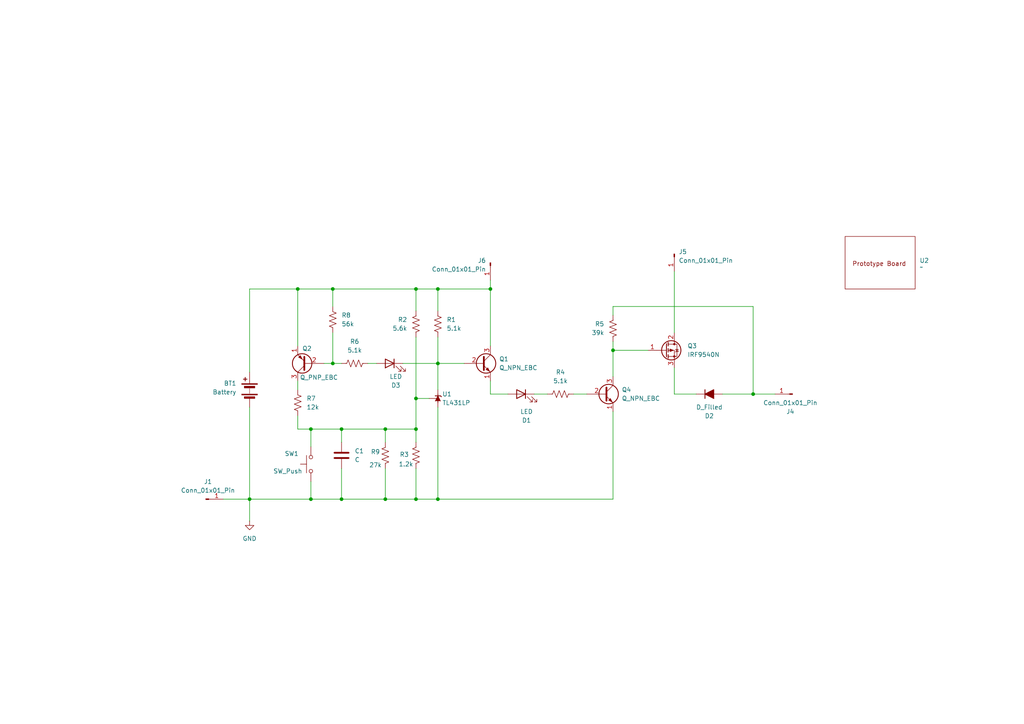
<source format=kicad_sch>
(kicad_sch (version 20231120) (generator "eeschema") (generator_version "8.0")
  (paper "A4")
  (lib_symbols
    (symbol "Connector:Conn_01x01_Pin" (pin_names (offset 1.016) hide)
      (property "Reference" "J" (at 0 2.54 0))
      (property "Value" "Conn_01x01_Pin" (at 0 -2.54 0))
      (symbol "Conn_01x01_Pin_1_1"
        (polyline (pts (xy 1.27 0) (xy 0.8636 0)) (stroke (width 0.1524)))
        (rectangle (start 0.8636 0.127) (end 0 -0.127) (stroke (width 0.1524)) (fill (type outline)))
        (pin passive line (at 5.08 0 180) (length 3.81) (name "Pin_1") (number "1"))
      )
    )
    (symbol "Device:Battery" (pin_numbers hide) (pin_names (offset 0) hide)
      (property "Reference" "BT" (at 2.54 2.54 0))
      (property "Value" "Battery" (at 2.54 0 0))
      (symbol "Battery_0_1"
        (rectangle (start -2.286 -1.27) (end 2.286 -1.524) (fill (type outline)))
        (rectangle (start -2.286 1.778) (end 2.286 1.524) (fill (type outline)))
        (rectangle (start -1.524 -2.032) (end 1.524 -2.54) (fill (type outline)))
        (rectangle (start -1.524 1.016) (end 1.524 0.508) (fill (type outline)))
        (polyline (pts (xy 0 -1.016) (xy 0 -0.762)))
        (polyline (pts (xy 0 -0.508) (xy 0 -0.254)))
        (polyline (pts (xy 0 0) (xy 0 0.254)))
        (polyline (pts (xy 0 1.778) (xy 0 2.54)))
        (polyline (pts (xy 0.762 3.048) (xy 1.778 3.048)) (stroke (width 0.254)))
        (polyline (pts (xy 1.27 3.556) (xy 1.27 2.54)) (stroke (width 0.254)))
      )
      (symbol "Battery_1_1"
        (pin passive line (at 0 5.08 270) (length 2.54) (name "+") (number "1"))
        (pin passive line (at 0 -5.08 90) (length 2.54) (name "-") (number "2"))
      )
    )
    (symbol "Device:C" (pin_numbers hide) (pin_names (offset 0.254))
      (property "Reference" "C" (at 0.635 2.54 0))
      (property "Value" "C" (at 0.635 -2.54 0))
      (symbol "C_0_1"
        (polyline (pts (xy -2.032 -0.762) (xy 2.032 -0.762)) (stroke (width 0.508)))
        (polyline (pts (xy -2.032 0.762) (xy 2.032 0.762)) (stroke (width 0.508)))
      )
      (symbol "C_1_1"
        (pin passive line (at 0 3.81 270) (length 2.794) (name "~") (number "1"))
        (pin passive line (at 0 -3.81 90) (length 2.794) (name "~") (number "2"))
      )
    )
    (symbol "Device:D_Filled" (pin_numbers hide) (pin_names (offset 1.016) hide)
      (property "Reference" "D" (at 0 2.54 0))
      (property "Value" "D_Filled" (at 0 -2.54 0))
      (symbol "D_Filled_0_1"
        (polyline (pts (xy -1.27 1.27) (xy -1.27 -1.27)) (stroke (width 0.254)))
        (polyline (pts (xy 1.27 0) (xy -1.27 0)))
        (polyline (pts (xy 1.27 1.27) (xy 1.27 -1.27) (xy -1.27 0) (xy 1.27 1.27)) (stroke (width 0.254)) (fill (type outline)))
      )
      (symbol "D_Filled_1_1"
        (pin passive line (at -3.81 0 0) (length 2.54) (name "K") (number "1"))
        (pin passive line (at 3.81 0 180) (length 2.54) (name "A") (number "2"))
      )
    )
    (symbol "Device:LED" (pin_numbers hide) (pin_names (offset 1.016) hide)
      (property "Reference" "D" (at 0 2.54 0))
      (property "Value" "LED" (at 0 -2.54 0))
      (symbol "LED_0_1"
        (polyline (pts (xy -1.27 -1.27) (xy -1.27 1.27)) (stroke (width 0.254)))
        (polyline (pts (xy -1.27 0) (xy 1.27 0)))
        (polyline (pts (xy 1.27 -1.27) (xy 1.27 1.27) (xy -1.27 0) (xy 1.27 -1.27)) (stroke (width 0.254)))
        (polyline (pts (xy -3.048 -0.762) (xy -4.572 -2.286) (xy -3.81 -2.286) (xy -4.572 -2.286) (xy -4.572 -1.524)))
        (polyline (pts (xy -1.778 -0.762) (xy -3.302 -2.286) (xy -2.54 -2.286) (xy -3.302 -2.286) (xy -3.302 -1.524)))
      )
      (symbol "LED_1_1"
        (pin passive line (at -3.81 0 0) (length 2.54) (name "K") (number "1"))
        (pin passive line (at 3.81 0 180) (length 2.54) (name "A") (number "2"))
      )
    )
    (symbol "Device:Q_NPN_EBC" (pin_names (offset 0) hide)
      (property "Reference" "Q" (at 5.08 1.27 0))
      (property "Value" "Q_NPN_EBC" (at 5.08 -1.27 0))
      (symbol "Q_NPN_EBC_0_1"
        (polyline (pts (xy 0.635 0.635) (xy 2.54 2.54)))
        (polyline (pts (xy 0.635 -0.635) (xy 2.54 -2.54) (xy 2.54 -2.54)))
        (polyline (pts (xy 0.635 1.905) (xy 0.635 -1.905) (xy 0.635 -1.905)) (stroke (width 0.508)))
        (polyline (pts (xy 1.27 -1.778) (xy 1.778 -1.27) (xy 2.286 -2.286) (xy 1.27 -1.778) (xy 1.27 -1.778)) (fill (type outline)))
        (circle (center 1.27 0) (radius 2.8194) (stroke (width 0.254)))
      )
      (symbol "Q_NPN_EBC_1_1"
        (pin passive line (at 2.54 -5.08 90) (length 2.54) (name "E") (number "1"))
        (pin passive line (at -5.08 0 0) (length 5.715) (name "B") (number "2"))
        (pin passive line (at 2.54 5.08 270) (length 2.54) (name "C") (number "3"))
      )
    )
    (symbol "Device:Q_PNP_EBC" (pin_names (offset 0) hide)
      (property "Reference" "Q" (at 5.08 1.27 0))
      (property "Value" "Q_PNP_EBC" (at 5.08 -1.27 0))
      (symbol "Q_PNP_EBC_0_1"
        (polyline (pts (xy 0.635 0.635) (xy 2.54 2.54)))
        (polyline (pts (xy 0.635 -0.635) (xy 2.54 -2.54) (xy 2.54 -2.54)))
        (polyline (pts (xy 0.635 1.905) (xy 0.635 -1.905) (xy 0.635 -1.905)) (stroke (width 0.508)))
        (polyline (pts (xy 2.286 -1.778) (xy 1.778 -2.286) (xy 1.27 -1.27) (xy 2.286 -1.778) (xy 2.286 -1.778)) (fill (type outline)))
        (circle (center 1.27 0) (radius 2.8194) (stroke (width 0.254)))
      )
      (symbol "Q_PNP_EBC_1_1"
        (pin passive line (at 2.54 -5.08 90) (length 2.54) (name "E") (number "1"))
        (pin input line (at -5.08 0 0) (length 5.715) (name "B") (number "2"))
        (pin passive line (at 2.54 5.08 270) (length 2.54) (name "C") (number "3"))
      )
    )
    (symbol "Device:R_US" (pin_numbers hide) (pin_names (offset 0))
      (property "Reference" "R" (at 2.54 0 90))
      (property "Value" "R_US" (at -2.54 0 90))
      (symbol "R_US_0_1"
        (polyline (pts (xy 0 -2.286) (xy 0 -2.54)))
        (polyline (pts (xy 0 2.286) (xy 0 2.54)))
        (polyline (pts (xy 0 -0.762) (xy 1.016 -1.143) (xy 0 -1.524) (xy -1.016 -1.905) (xy 0 -2.286)))
        (polyline (pts (xy 0 0.762) (xy 1.016 0.381) (xy 0 0) (xy -1.016 -0.381) (xy 0 -0.762)))
        (polyline (pts (xy 0 2.286) (xy 1.016 1.905) (xy 0 1.524) (xy -1.016 1.143) (xy 0 0.762)))
      )
      (symbol "R_US_1_1"
        (pin passive line (at 0 3.81 270) (length 1.27) (name "~") (number "1"))
        (pin passive line (at 0 -3.81 90) (length 1.27) (name "~") (number "2"))
      )
    )
    (symbol "Reference_Voltage:TL431LP" (pin_numbers hide) (pin_names hide)
      (property "Reference" "U" (at -2.54 2.54 0))
      (property "Value" "TL431LP" (at 0 -2.54 0))
      (symbol "TL431LP_0_1"
        (polyline (pts (xy -1.27 0) (xy 0 0) (xy 1.27 0)))
        (polyline (pts (xy -0.762 0.762) (xy 0.762 0) (xy -0.762 -0.762)) (fill (type outline)))
        (polyline (pts (xy 0.508 -1.016) (xy 0.762 -0.762) (xy 0.762 0.762) (xy 0.762 0.762)) (stroke (width 0.254)))
      )
      (symbol "TL431LP_1_1"
        (pin passive line (at 0 2.54 270) (length 2.54) (name "REF") (number "1"))
        (pin passive line (at -2.54 0 0) (length 2.54) (name "A") (number "2"))
        (pin passive line (at 2.54 0 180) (length 2.54) (name "K") (number "3"))
      )
    )
    (symbol "Switch:SW_Push" (pin_numbers hide) (pin_names (offset 1.016) hide)
      (property "Reference" "SW" (at 1.27 2.54 0))
      (property "Value" "SW_Push" (at 0 -1.524 0))
      (symbol "SW_Push_0_1"
        (circle (center -2.032 0) (radius 0.508))
        (polyline (pts (xy 0 1.27) (xy 0 3.048)))
        (polyline (pts (xy 2.54 1.27) (xy -2.54 1.27)))
        (circle (center 2.032 0) (radius 0.508))
        (pin passive line (at -5.08 0 0) (length 2.54) (name "1") (number "1"))
        (pin passive line (at 5.08 0 180) (length 2.54) (name "2") (number "2"))
      )
    )
    (symbol "Transistor_FET:IRF9540N" (pin_names hide)
      (property "Reference" "Q" (at 5.08 1.905 0))
      (property "Value" "IRF9540N" (at 5.08 0 0))
      (symbol "IRF9540N_0_1"
        (polyline (pts (xy 0.254 0) (xy -2.54 0)))
        (polyline (pts (xy 0.254 1.905) (xy 0.254 -1.905)) (stroke (width 0.254)))
        (polyline (pts (xy 0.762 -1.27) (xy 0.762 -2.286)) (stroke (width 0.254)))
        (polyline (pts (xy 0.762 0.508) (xy 0.762 -0.508)) (stroke (width 0.254)))
        (polyline (pts (xy 0.762 2.286) (xy 0.762 1.27)) (stroke (width 0.254)))
        (polyline (pts (xy 2.54 2.54) (xy 2.54 1.778)))
        (polyline (pts (xy 2.54 -2.54) (xy 2.54 0) (xy 0.762 0)))
        (polyline (pts (xy 0.762 1.778) (xy 3.302 1.778) (xy 3.302 -1.778) (xy 0.762 -1.778)))
        (polyline (pts (xy 2.286 0) (xy 1.27 0.381) (xy 1.27 -0.381) (xy 2.286 0)) (fill (type outline)))
        (polyline (pts (xy 2.794 -0.508) (xy 2.921 -0.381) (xy 3.683 -0.381) (xy 3.81 -0.254)))
        (polyline (pts (xy 3.302 -0.381) (xy 2.921 0.254) (xy 3.683 0.254) (xy 3.302 -0.381)))
        (circle (center 1.651 0) (radius 2.794) (stroke (width 0.254)))
        (circle (center 2.54 -1.778) (radius 0.254) (fill (type outline)))
        (circle (center 2.54 1.778) (radius 0.254) (fill (type outline)))
      )
      (symbol "IRF9540N_1_1"
        (pin input line (at -5.08 0 0) (length 2.54) (name "G") (number "1"))
        (pin passive line (at 2.54 5.08 270) (length 2.54) (name "D") (number "2"))
        (pin passive line (at 2.54 -5.08 90) (length 2.54) (name "S") (number "3"))
      )
    )
    (symbol "User_Symbols:Prototype_Board"
      (property "Reference" "U" (at 10.16 17.018 0))
      (symbol "Prototype_Board_0_1"
        (rectangle (start 0 0) (end 20.32 15.24))
      )
      (symbol "Prototype_Board_1_1"
        (text "Prototype Board" (at 9.906 7.366 0) (effects (font (size 1.27 1.27))))
      )
    )
    (symbol "power:GND" (power) (pin_numbers hide) (pin_names (offset 0) hide)
      (property "Value" "GND" (at 0 -3.81 0))
      (symbol "GND_0_1"
        (polyline (pts (xy 0 0) (xy 0 -1.27) (xy 1.27 -1.27) (xy 0 -2.54) (xy -1.27 -1.27) (xy 0 -1.27)))
      )
      (symbol "GND_1_1"
        (pin power_in line (at 0 0 270) (length 0) (name "~") (number "1"))
      )
    )
  )
  (junction (at 127 144.78))
  (junction (at 127 83.82))
  (junction (at 127 105.41))
  (junction (at 90.17 144.78))
  (junction (at 111.76 144.78))
  (junction (at 120.65 83.82))
  (junction (at 90.17 124.46))
  (junction (at 111.76 124.46))
  (junction (at 96.52 83.82))
  (junction (at 120.65 124.46))
  (junction (at 72.39 144.78))
  (junction (at 218.44 114.3))
  (junction (at 96.52 105.41))
  (junction (at 120.65 115.57))
  (junction (at 86.36 83.82))
  (junction (at 177.8 101.6))
  (junction (at 99.06 144.78))
  (junction (at 142.24 83.82))
  (junction (at 120.65 144.78))
  (junction (at 99.06 124.46))
  (wire (pts (xy 116.84 105.41) (xy 127 105.41)))
  (wire (pts (xy 209.55 114.3) (xy 218.44 114.3)))
  (wire (pts (xy 187.96 101.6) (xy 177.8 101.6)))
  (wire (pts (xy 96.52 83.82) (xy 86.36 83.82)))
  (wire (pts (xy 72.39 144.78) (xy 72.39 151.13)))
  (wire (pts (xy 86.36 83.82) (xy 72.39 83.82)))
  (wire (pts (xy 142.24 110.49) (xy 142.24 114.3)))
  (wire (pts (xy 99.06 135.89) (xy 99.06 144.78)))
  (wire (pts (xy 127 97.79) (xy 127 105.41)))
  (wire (pts (xy 111.76 124.46) (xy 120.65 124.46)))
  (wire (pts (xy 93.98 105.41) (xy 96.52 105.41)))
  (wire (pts (xy 111.76 135.89) (xy 111.76 144.78)))
  (wire (pts (xy 111.76 144.78) (xy 120.65 144.78)))
  (wire (pts (xy 120.65 135.89) (xy 120.65 144.78)))
  (wire (pts (xy 127 105.41) (xy 134.62 105.41)))
  (wire (pts (xy 86.36 124.46) (xy 90.17 124.46)))
  (wire (pts (xy 177.8 88.9) (xy 218.44 88.9)))
  (wire (pts (xy 106.68 105.41) (xy 109.22 105.41)))
  (wire (pts (xy 218.44 88.9) (xy 218.44 114.3)))
  (wire (pts (xy 86.36 110.49) (xy 86.36 113.03)))
  (wire (pts (xy 64.77 144.78) (xy 72.39 144.78)))
  (wire (pts (xy 120.65 83.82) (xy 96.52 83.82)))
  (wire (pts (xy 177.8 101.6) (xy 177.8 109.22)))
  (wire (pts (xy 99.06 144.78) (xy 111.76 144.78)))
  (wire (pts (xy 86.36 120.65) (xy 86.36 124.46)))
  (wire (pts (xy 120.65 97.79) (xy 120.65 115.57)))
  (wire (pts (xy 90.17 124.46) (xy 90.17 129.54)))
  (wire (pts (xy 90.17 139.7) (xy 90.17 144.78)))
  (wire (pts (xy 142.24 81.28) (xy 142.24 83.82)))
  (wire (pts (xy 90.17 144.78) (xy 99.06 144.78)))
  (wire (pts (xy 72.39 118.11) (xy 72.39 144.78)))
  (wire (pts (xy 177.8 91.44) (xy 177.8 88.9)))
  (wire (pts (xy 218.44 114.3) (xy 224.79 114.3)))
  (wire (pts (xy 96.52 83.82) (xy 96.52 88.9)))
  (wire (pts (xy 120.65 115.57) (xy 124.46 115.57)))
  (wire (pts (xy 142.24 114.3) (xy 147.32 114.3)))
  (wire (pts (xy 120.65 124.46) (xy 120.65 128.27)))
  (wire (pts (xy 72.39 144.78) (xy 90.17 144.78)))
  (wire (pts (xy 120.65 115.57) (xy 120.65 124.46)))
  (wire (pts (xy 177.8 99.06) (xy 177.8 101.6)))
  (wire (pts (xy 111.76 124.46) (xy 111.76 128.27)))
  (wire (pts (xy 96.52 105.41) (xy 99.06 105.41)))
  (wire (pts (xy 127 83.82) (xy 120.65 83.82)))
  (wire (pts (xy 154.94 114.3) (xy 158.75 114.3)))
  (wire (pts (xy 127 118.11) (xy 127 144.78)))
  (wire (pts (xy 127 144.78) (xy 120.65 144.78)))
  (wire (pts (xy 195.58 114.3) (xy 201.93 114.3)))
  (wire (pts (xy 120.65 83.82) (xy 120.65 90.17)))
  (wire (pts (xy 177.8 144.78) (xy 127 144.78)))
  (wire (pts (xy 99.06 124.46) (xy 99.06 128.27)))
  (wire (pts (xy 166.37 114.3) (xy 170.18 114.3)))
  (wire (pts (xy 99.06 124.46) (xy 111.76 124.46)))
  (wire (pts (xy 127 105.41) (xy 127 113.03)))
  (wire (pts (xy 177.8 119.38) (xy 177.8 144.78)))
  (wire (pts (xy 90.17 124.46) (xy 99.06 124.46)))
  (wire (pts (xy 96.52 96.52) (xy 96.52 105.41)))
  (wire (pts (xy 195.58 114.3) (xy 195.58 106.68)))
  (wire (pts (xy 86.36 83.82) (xy 86.36 100.33)))
  (wire (pts (xy 72.39 83.82) (xy 72.39 107.95)))
  (wire (pts (xy 127 90.17) (xy 127 83.82)))
  (wire (pts (xy 127 83.82) (xy 142.24 83.82)))
  (wire (pts (xy 142.24 100.33) (xy 142.24 83.82)))
  (wire (pts (xy 195.58 78.74) (xy 195.58 96.52)))
  (symbol (lib_id "Switch:SW_Push") (at 90.17 134.62 90) (unit 1)
    (property "Reference" "SW1" (at 82.55 131.572 90) (effects (justify right)))
    (property "Value" "SW_Push" (at 79.248 136.652 90) (effects (justify right)))
    (property "Footprint" "User_Library:SW_Push" (effects (hide yes)))
    (property "Description" "Push button switch, generic, two pins" (effects (hide yes)))
  )
  (symbol (lib_id "Device:LED") (at 113.03 105.41 0) (mirror y) (unit 1)
    (property "Reference" "D3" (at 114.808 111.76 0))
    (property "Value" "LED" (at 114.808 109.22 0))
    (property "Footprint" "LED_THT:LED_D5.0mm_Clear" (effects (hide yes)))
    (property "Description" "Light emitting diode" (effects (hide yes)))
  )
  (symbol (lib_id "Device:R_US") (at 111.76 132.08 0) (mirror y) (unit 1)
    (property "Reference" "R9" (at 110.236 131.064 0) (effects (justify left)))
    (property "Value" "27k" (at 110.744 134.874 0) (effects (justify left)))
    (property "Footprint" "Resistor_THT:R_Axial_DIN0207_L6.3mm_D2.5mm_P10.16mm_Horizontal" (effects (hide yes)))
    (property "Description" "Resistor, US symbol" (effects (hide yes)))
  )
  (symbol (lib_id "Device:Q_PNP_EBC") (at 88.9 105.41 180) (unit 1)
    (property "Reference" "Q2" (at 90.424 101.092 0) (effects (justify left)))
    (property "Value" "Q_PNP_EBC" (at 98.044 109.474 0) (effects (justify left)))
    (property "Footprint" "Package_TO_SOT_THT:TO-92L_Inline_Wide" (effects (hide yes)))
    (property "Description" "PNP transistor, emitter/base/collector" (effects (hide yes)))
  )
  (symbol (lib_id "Device:R_US") (at 86.36 116.84 0) (unit 1)
    (property "Reference" "R7" (at 88.9 115.5699 0) (effects (justify left)))
    (property "Value" "12k" (at 88.9 118.1099 0) (effects (justify left)))
    (property "Footprint" "Resistor_THT:R_Axial_DIN0207_L6.3mm_D2.5mm_P7.62mm_Horizontal" (effects (hide yes)))
    (property "Description" "Resistor, US symbol" (effects (hide yes)))
  )
  (symbol (lib_id "power:GND") (at 72.39 151.13 0) (unit 1)
    (property "Reference" "#PWR01" (effects (hide yes)))
    (property "Value" "GND" (at 72.39 156.21 0))
    (property "Description" "Power symbol creates a global label with name \"GND\" , ground" (effects (hide yes)))
  )
  (symbol (lib_id "Device:Q_NPN_EBC") (at 175.26 114.3 0) (unit 1)
    (property "Reference" "Q4" (at 180.34 113.0299 0) (effects (justify left)))
    (property "Value" "Q_NPN_EBC" (at 180.34 115.5699 0) (effects (justify left)))
    (property "Footprint" "Package_TO_SOT_THT:TO-92L_Inline_Wide" (effects (hide yes)))
    (property "Description" "NPN transistor, emitter/base/collector" (effects (hide yes)))
  )
  (symbol (lib_id "Device:R_US") (at 177.8 95.25 0) (mirror x) (unit 1)
    (property "Reference" "R5" (at 175.26 93.9799 0) (effects (justify right)))
    (property "Value" "39k" (at 175.26 96.5199 0) (effects (justify right)))
    (property "Footprint" "Resistor_THT:R_Axial_DIN0207_L6.3mm_D2.5mm_P7.62mm_Horizontal" (effects (hide yes)))
    (property "Description" "Resistor, US symbol" (effects (hide yes)))
  )
  (symbol (lib_id "Device:C") (at 99.06 132.08 0) (unit 1)
    (property "Reference" "C1" (at 102.87 130.8099 0) (effects (justify left)))
    (property "Value" "C" (at 102.87 133.3499 0) (effects (justify left)))
    (property "Footprint" "Capacitor_THT:C_Disc_D3.8mm_W2.6mm_P2.50mm" (effects (hide yes)))
    (property "Description" "Unpolarized capacitor" (effects (hide yes)))
  )
  (symbol (lib_id "Device:R_US") (at 162.56 114.3 90) (unit 1)
    (property "Reference" "R4" (at 162.56 107.95 90))
    (property "Value" "5.1k" (at 162.56 110.49 90))
    (property "Footprint" "Resistor_THT:R_Axial_DIN0207_L6.3mm_D2.5mm_P7.62mm_Horizontal" (effects (hide yes)))
    (property "Description" "Resistor, US symbol" (effects (hide yes)))
  )
  (symbol (lib_id "Reference_Voltage:TL431LP") (at 127 115.57 90) (unit 1)
    (property "Reference" "U1" (at 128.27 114.3 90) (effects (justify right)))
    (property "Value" "TL431LP" (at 128.27 116.84 90) (effects (justify right)))
    (property "Footprint" "Package_TO_SOT_THT:TO-92L_Inline_Wide" (effects (hide yes)))
    (property "Datasheet" "http://www.ti.com/lit/ds/symlink/tl431.pdf" (effects (hide yes)))
    (property "Description" "Shunt Regulator, TO-92" (effects (hide yes)))
  )
  (symbol (lib_id "Connector:Conn_01x01_Pin") (at 229.87 114.3 0) (mirror y) (unit 1)
    (property "Reference" "J4" (at 229.235 119.38 0))
    (property "Value" "Conn_01x01_Pin" (at 229.235 116.84 0))
    (property "Footprint" "Connector_PinHeader_1.00mm:PinHeader_1x01_P1.00mm_Vertical" (effects (hide yes)))
    (property "Description" "Generic connector, single row, 01x01, script generated" (effects (hide yes)))
  )
  (symbol (lib_id "Device:Q_NPN_EBC") (at 139.7 105.41 0) (unit 1)
    (property "Reference" "Q1" (at 144.78 104.1399 0) (effects (justify left)))
    (property "Value" "Q_NPN_EBC" (at 144.78 106.6799 0) (effects (justify left)))
    (property "Footprint" "Package_TO_SOT_THT:TO-92L_Inline_Wide" (effects (hide yes)))
    (property "Description" "NPN transistor, emitter/base/collector" (effects (hide yes)))
  )
  (symbol (lib_id "Connector:Conn_01x01_Pin") (at 195.58 73.66 270) (unit 1)
    (property "Reference" "J5" (at 196.85 73.0249 90) (effects (justify left)))
    (property "Value" "Conn_01x01_Pin" (at 196.85 75.5649 90) (effects (justify left)))
    (property "Footprint" "Connector_PinHeader_1.00mm:PinHeader_1x01_P1.00mm_Vertical" (effects (hide yes)))
    (property "Description" "Generic connector, single row, 01x01, script generated" (effects (hide yes)))
  )
  (symbol (lib_id "Device:R_US") (at 120.65 132.08 0) (mirror y) (unit 1)
    (property "Reference" "R3" (at 118.618 131.826 0) (effects (justify left)))
    (property "Value" "1.2k" (at 119.888 134.62 0) (effects (justify left)))
    (property "Footprint" "Resistor_THT:R_Axial_DIN0207_L6.3mm_D2.5mm_P10.16mm_Horizontal" (effects (hide yes)))
    (property "Description" "Resistor, US symbol" (effects (hide yes)))
  )
  (symbol (lib_id "Device:D_Filled") (at 205.74 114.3 0) (mirror x) (unit 1)
    (property "Reference" "D2" (at 205.74 120.65 0))
    (property "Value" "D_Filled" (at 205.74 118.11 0))
    (property "Footprint" "Diode_THT:D_DO-27_P15.24mm_Horizontal" (effects (hide yes)))
    (property "Description" "Diode, filled shape" (effects (hide yes)))
    (property "Sim.Device" "D" (effects (hide yes)))
    (property "Sim.Pins" "1=K 2=A" (effects (hide yes)))
  )
  (symbol (lib_id "Device:R_US") (at 96.52 92.71 0) (unit 1)
    (property "Reference" "R8" (at 99.06 91.4399 0) (effects (justify left)))
    (property "Value" "56k" (at 99.06 93.9799 0) (effects (justify left)))
    (property "Footprint" "Resistor_THT:R_Axial_DIN0207_L6.3mm_D2.5mm_P10.16mm_Horizontal" (effects (hide yes)))
    (property "Description" "Resistor, US symbol" (effects (hide yes)))
  )
  (symbol (lib_id "Device:LED") (at 151.13 114.3 0) (mirror y) (unit 1)
    (property "Reference" "D1" (at 152.7175 121.92 0))
    (property "Value" "LED" (at 152.7175 119.38 0))
    (property "Footprint" "LED_THT:LED_D5.0mm_Clear" (effects (hide yes)))
    (property "Description" "Light emitting diode" (effects (hide yes)))
  )
  (symbol (lib_id "Connector:Conn_01x01_Pin") (at 59.69 144.78 0) (unit 1)
    (property "Reference" "J1" (at 60.325 139.7 0))
    (property "Value" "Conn_01x01_Pin" (at 60.325 142.24 0))
    (property "Footprint" "Connector_PinHeader_1.00mm:PinHeader_1x01_P1.00mm_Vertical" (effects (hide yes)))
    (property "Description" "Generic connector, single row, 01x01, script generated" (effects (hide yes)))
  )
  (symbol (lib_id "Connector:Conn_01x01_Pin") (at 142.24 76.2 90) (mirror x) (unit 1)
    (property "Reference" "J6" (at 140.97 75.5649 90) (effects (justify left)))
    (property "Value" "Conn_01x01_Pin" (at 140.97 78.1049 90) (effects (justify left)))
    (property "Footprint" "Connector_PinHeader_1.00mm:PinHeader_1x01_P1.00mm_Vertical" (effects (hide yes)))
    (property "Description" "Generic connector, single row, 01x01, script generated" (effects (hide yes)))
  )
  (symbol (lib_id "Transistor_FET:IRF9540N") (at 193.04 101.6 0) (unit 1)
    (property "Reference" "Q3" (at 199.39 100.3299 0) (effects (justify left)))
    (property "Value" "IRF9540N" (at 199.39 102.8699 0) (effects (justify left)))
    (property "Footprint" "Package_TO_SOT_THT:TO-220-3_Vertical" (effects (hide yes)))
    (property "Datasheet" "http://www.irf.com/product-info/datasheets/data/irf9540n.pdf" (effects (hide yes)))
    (property "Description" "-23A Id, -100V Vds, 117mOhm Rds, P-Channel HEXFET Power MOSFET, TO-220" (effects (hide yes)))
  )
  (symbol (lib_id "Device:R_US") (at 120.65 93.98 0) (mirror y) (unit 1)
    (property "Reference" "R2" (at 118.11 92.7099 0) (effects (justify left)))
    (property "Value" "5.6k" (at 118.11 95.2499 0) (effects (justify left)))
    (property "Footprint" "Resistor_THT:R_Axial_DIN0207_L6.3mm_D2.5mm_P15.24mm_Horizontal" (effects (hide yes)))
    (property "Description" "Resistor, US symbol" (effects (hide yes)))
  )
  (symbol (lib_id "Device:R_US") (at 102.87 105.41 270) (unit 1)
    (property "Reference" "R6" (at 102.87 99.06 90))
    (property "Value" "5.1k" (at 102.87 101.6 90))
    (property "Footprint" "Resistor_THT:R_Axial_DIN0207_L6.3mm_D2.5mm_P10.16mm_Horizontal" (effects (hide yes)))
    (property "Description" "Resistor, US symbol" (effects (hide yes)))
  )
  (symbol (lib_id "Device:Battery") (at 72.39 113.03 0) (mirror y) (unit 1)
    (property "Reference" "BT1" (at 68.58 111.1884 0) (effects (justify left)))
    (property "Value" "Battery" (at 68.58 113.7284 0) (effects (justify left)))
    (property "Description" "Multiple-cell battery" (effects (hide yes)))
  )
  (symbol (lib_id "User_Symbols:Prototype_Board") (at 245.11 83.82 0) (unit 1)
    (property "Reference" "U2" (at 266.7 75.5649 0) (effects (justify left)))
    (property "Value" "~" (at 266.7 77.47 0) (effects (justify left)))
    (property "Footprint" "User_Library:Prototype_Board" (effects (hide yes)))
  )
  (symbol (lib_id "Device:R_US") (at 127 93.98 0) (unit 1)
    (property "Reference" "R1" (at 129.54 92.7099 0) (effects (justify left)))
    (property "Value" "5.1k" (at 129.54 95.2499 0) (effects (justify left)))
    (property "Footprint" "Resistor_THT:R_Axial_DIN0207_L6.3mm_D2.5mm_P10.16mm_Horizontal" (effects (hide yes)))
    (property "Description" "Resistor, US symbol" (effects (hide yes)))
  )
)
</source>
